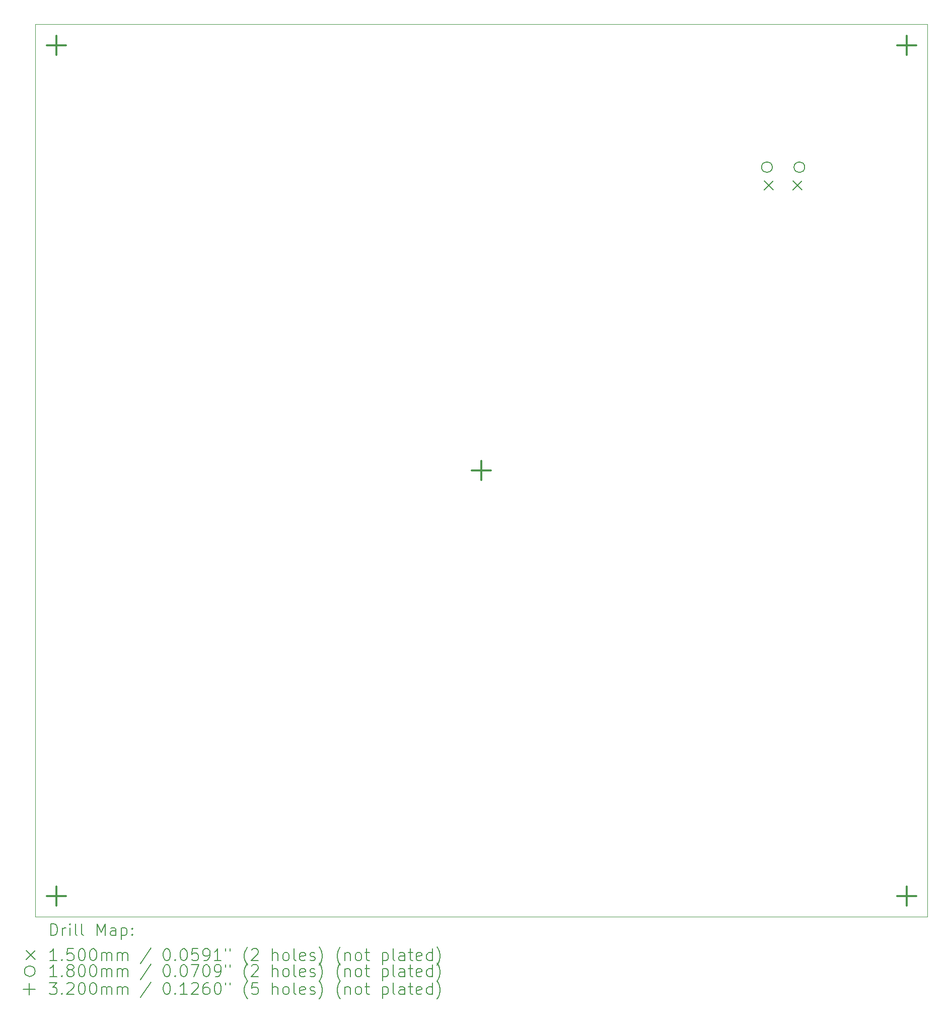
<source format=gbr>
%TF.GenerationSoftware,KiCad,Pcbnew,8.0.6*%
%TF.CreationDate,2024-12-28T22:05:26+01:00*%
%TF.ProjectId,PowerBoard,506f7765-7242-46f6-9172-642e6b696361,rev?*%
%TF.SameCoordinates,Original*%
%TF.FileFunction,Drillmap*%
%TF.FilePolarity,Positive*%
%FSLAX45Y45*%
G04 Gerber Fmt 4.5, Leading zero omitted, Abs format (unit mm)*
G04 Created by KiCad (PCBNEW 8.0.6) date 2024-12-28 22:05:26*
%MOMM*%
%LPD*%
G01*
G04 APERTURE LIST*
%ADD10C,0.100000*%
%ADD11C,0.200000*%
%ADD12C,0.150000*%
%ADD13C,0.180000*%
%ADD14C,0.320000*%
G04 APERTURE END LIST*
D10*
X17525000Y-1800000D02*
X2525000Y-1800000D01*
X2525000Y-1800000D02*
X2525000Y-16800000D01*
X17525000Y-16800000D02*
X17525000Y-1800000D01*
X2525000Y-16800000D02*
X17525000Y-16800000D01*
D11*
D12*
X14782500Y-4428000D02*
X14932500Y-4578000D01*
X14932500Y-4428000D02*
X14782500Y-4578000D01*
X15267500Y-4428000D02*
X15417500Y-4578000D01*
X15417500Y-4428000D02*
X15267500Y-4578000D01*
D13*
X14917500Y-4200000D02*
G75*
G02*
X14737500Y-4200000I-90000J0D01*
G01*
X14737500Y-4200000D02*
G75*
G02*
X14917500Y-4200000I90000J0D01*
G01*
X15462500Y-4200000D02*
G75*
G02*
X15282500Y-4200000I-90000J0D01*
G01*
X15282500Y-4200000D02*
G75*
G02*
X15462500Y-4200000I90000J0D01*
G01*
D14*
X2875000Y-1990000D02*
X2875000Y-2310000D01*
X2715000Y-2150000D02*
X3035000Y-2150000D01*
X2875000Y-16290000D02*
X2875000Y-16610000D01*
X2715000Y-16450000D02*
X3035000Y-16450000D01*
X10025000Y-9140000D02*
X10025000Y-9460000D01*
X9865000Y-9300000D02*
X10185000Y-9300000D01*
X17175000Y-1990000D02*
X17175000Y-2310000D01*
X17015000Y-2150000D02*
X17335000Y-2150000D01*
X17175000Y-16290000D02*
X17175000Y-16610000D01*
X17015000Y-16450000D02*
X17335000Y-16450000D01*
D11*
X2780777Y-17116484D02*
X2780777Y-16916484D01*
X2780777Y-16916484D02*
X2828396Y-16916484D01*
X2828396Y-16916484D02*
X2856967Y-16926008D01*
X2856967Y-16926008D02*
X2876015Y-16945055D01*
X2876015Y-16945055D02*
X2885539Y-16964103D01*
X2885539Y-16964103D02*
X2895062Y-17002198D01*
X2895062Y-17002198D02*
X2895062Y-17030770D01*
X2895062Y-17030770D02*
X2885539Y-17068865D01*
X2885539Y-17068865D02*
X2876015Y-17087912D01*
X2876015Y-17087912D02*
X2856967Y-17106960D01*
X2856967Y-17106960D02*
X2828396Y-17116484D01*
X2828396Y-17116484D02*
X2780777Y-17116484D01*
X2980777Y-17116484D02*
X2980777Y-16983150D01*
X2980777Y-17021246D02*
X2990301Y-17002198D01*
X2990301Y-17002198D02*
X2999824Y-16992674D01*
X2999824Y-16992674D02*
X3018872Y-16983150D01*
X3018872Y-16983150D02*
X3037920Y-16983150D01*
X3104586Y-17116484D02*
X3104586Y-16983150D01*
X3104586Y-16916484D02*
X3095062Y-16926008D01*
X3095062Y-16926008D02*
X3104586Y-16935531D01*
X3104586Y-16935531D02*
X3114110Y-16926008D01*
X3114110Y-16926008D02*
X3104586Y-16916484D01*
X3104586Y-16916484D02*
X3104586Y-16935531D01*
X3228396Y-17116484D02*
X3209348Y-17106960D01*
X3209348Y-17106960D02*
X3199824Y-17087912D01*
X3199824Y-17087912D02*
X3199824Y-16916484D01*
X3333158Y-17116484D02*
X3314110Y-17106960D01*
X3314110Y-17106960D02*
X3304586Y-17087912D01*
X3304586Y-17087912D02*
X3304586Y-16916484D01*
X3561729Y-17116484D02*
X3561729Y-16916484D01*
X3561729Y-16916484D02*
X3628396Y-17059341D01*
X3628396Y-17059341D02*
X3695062Y-16916484D01*
X3695062Y-16916484D02*
X3695062Y-17116484D01*
X3876015Y-17116484D02*
X3876015Y-17011722D01*
X3876015Y-17011722D02*
X3866491Y-16992674D01*
X3866491Y-16992674D02*
X3847443Y-16983150D01*
X3847443Y-16983150D02*
X3809348Y-16983150D01*
X3809348Y-16983150D02*
X3790301Y-16992674D01*
X3876015Y-17106960D02*
X3856967Y-17116484D01*
X3856967Y-17116484D02*
X3809348Y-17116484D01*
X3809348Y-17116484D02*
X3790301Y-17106960D01*
X3790301Y-17106960D02*
X3780777Y-17087912D01*
X3780777Y-17087912D02*
X3780777Y-17068865D01*
X3780777Y-17068865D02*
X3790301Y-17049817D01*
X3790301Y-17049817D02*
X3809348Y-17040293D01*
X3809348Y-17040293D02*
X3856967Y-17040293D01*
X3856967Y-17040293D02*
X3876015Y-17030770D01*
X3971253Y-16983150D02*
X3971253Y-17183150D01*
X3971253Y-16992674D02*
X3990301Y-16983150D01*
X3990301Y-16983150D02*
X4028396Y-16983150D01*
X4028396Y-16983150D02*
X4047443Y-16992674D01*
X4047443Y-16992674D02*
X4056967Y-17002198D01*
X4056967Y-17002198D02*
X4066491Y-17021246D01*
X4066491Y-17021246D02*
X4066491Y-17078389D01*
X4066491Y-17078389D02*
X4056967Y-17097436D01*
X4056967Y-17097436D02*
X4047443Y-17106960D01*
X4047443Y-17106960D02*
X4028396Y-17116484D01*
X4028396Y-17116484D02*
X3990301Y-17116484D01*
X3990301Y-17116484D02*
X3971253Y-17106960D01*
X4152205Y-17097436D02*
X4161729Y-17106960D01*
X4161729Y-17106960D02*
X4152205Y-17116484D01*
X4152205Y-17116484D02*
X4142682Y-17106960D01*
X4142682Y-17106960D02*
X4152205Y-17097436D01*
X4152205Y-17097436D02*
X4152205Y-17116484D01*
X4152205Y-16992674D02*
X4161729Y-17002198D01*
X4161729Y-17002198D02*
X4152205Y-17011722D01*
X4152205Y-17011722D02*
X4142682Y-17002198D01*
X4142682Y-17002198D02*
X4152205Y-16992674D01*
X4152205Y-16992674D02*
X4152205Y-17011722D01*
D12*
X2370000Y-17370000D02*
X2520000Y-17520000D01*
X2520000Y-17370000D02*
X2370000Y-17520000D01*
D11*
X2885539Y-17536484D02*
X2771253Y-17536484D01*
X2828396Y-17536484D02*
X2828396Y-17336484D01*
X2828396Y-17336484D02*
X2809348Y-17365055D01*
X2809348Y-17365055D02*
X2790301Y-17384103D01*
X2790301Y-17384103D02*
X2771253Y-17393627D01*
X2971253Y-17517436D02*
X2980777Y-17526960D01*
X2980777Y-17526960D02*
X2971253Y-17536484D01*
X2971253Y-17536484D02*
X2961729Y-17526960D01*
X2961729Y-17526960D02*
X2971253Y-17517436D01*
X2971253Y-17517436D02*
X2971253Y-17536484D01*
X3161729Y-17336484D02*
X3066491Y-17336484D01*
X3066491Y-17336484D02*
X3056967Y-17431722D01*
X3056967Y-17431722D02*
X3066491Y-17422198D01*
X3066491Y-17422198D02*
X3085539Y-17412674D01*
X3085539Y-17412674D02*
X3133158Y-17412674D01*
X3133158Y-17412674D02*
X3152205Y-17422198D01*
X3152205Y-17422198D02*
X3161729Y-17431722D01*
X3161729Y-17431722D02*
X3171253Y-17450770D01*
X3171253Y-17450770D02*
X3171253Y-17498389D01*
X3171253Y-17498389D02*
X3161729Y-17517436D01*
X3161729Y-17517436D02*
X3152205Y-17526960D01*
X3152205Y-17526960D02*
X3133158Y-17536484D01*
X3133158Y-17536484D02*
X3085539Y-17536484D01*
X3085539Y-17536484D02*
X3066491Y-17526960D01*
X3066491Y-17526960D02*
X3056967Y-17517436D01*
X3295062Y-17336484D02*
X3314110Y-17336484D01*
X3314110Y-17336484D02*
X3333158Y-17346008D01*
X3333158Y-17346008D02*
X3342682Y-17355531D01*
X3342682Y-17355531D02*
X3352205Y-17374579D01*
X3352205Y-17374579D02*
X3361729Y-17412674D01*
X3361729Y-17412674D02*
X3361729Y-17460293D01*
X3361729Y-17460293D02*
X3352205Y-17498389D01*
X3352205Y-17498389D02*
X3342682Y-17517436D01*
X3342682Y-17517436D02*
X3333158Y-17526960D01*
X3333158Y-17526960D02*
X3314110Y-17536484D01*
X3314110Y-17536484D02*
X3295062Y-17536484D01*
X3295062Y-17536484D02*
X3276015Y-17526960D01*
X3276015Y-17526960D02*
X3266491Y-17517436D01*
X3266491Y-17517436D02*
X3256967Y-17498389D01*
X3256967Y-17498389D02*
X3247443Y-17460293D01*
X3247443Y-17460293D02*
X3247443Y-17412674D01*
X3247443Y-17412674D02*
X3256967Y-17374579D01*
X3256967Y-17374579D02*
X3266491Y-17355531D01*
X3266491Y-17355531D02*
X3276015Y-17346008D01*
X3276015Y-17346008D02*
X3295062Y-17336484D01*
X3485539Y-17336484D02*
X3504586Y-17336484D01*
X3504586Y-17336484D02*
X3523634Y-17346008D01*
X3523634Y-17346008D02*
X3533158Y-17355531D01*
X3533158Y-17355531D02*
X3542682Y-17374579D01*
X3542682Y-17374579D02*
X3552205Y-17412674D01*
X3552205Y-17412674D02*
X3552205Y-17460293D01*
X3552205Y-17460293D02*
X3542682Y-17498389D01*
X3542682Y-17498389D02*
X3533158Y-17517436D01*
X3533158Y-17517436D02*
X3523634Y-17526960D01*
X3523634Y-17526960D02*
X3504586Y-17536484D01*
X3504586Y-17536484D02*
X3485539Y-17536484D01*
X3485539Y-17536484D02*
X3466491Y-17526960D01*
X3466491Y-17526960D02*
X3456967Y-17517436D01*
X3456967Y-17517436D02*
X3447443Y-17498389D01*
X3447443Y-17498389D02*
X3437920Y-17460293D01*
X3437920Y-17460293D02*
X3437920Y-17412674D01*
X3437920Y-17412674D02*
X3447443Y-17374579D01*
X3447443Y-17374579D02*
X3456967Y-17355531D01*
X3456967Y-17355531D02*
X3466491Y-17346008D01*
X3466491Y-17346008D02*
X3485539Y-17336484D01*
X3637920Y-17536484D02*
X3637920Y-17403150D01*
X3637920Y-17422198D02*
X3647443Y-17412674D01*
X3647443Y-17412674D02*
X3666491Y-17403150D01*
X3666491Y-17403150D02*
X3695063Y-17403150D01*
X3695063Y-17403150D02*
X3714110Y-17412674D01*
X3714110Y-17412674D02*
X3723634Y-17431722D01*
X3723634Y-17431722D02*
X3723634Y-17536484D01*
X3723634Y-17431722D02*
X3733158Y-17412674D01*
X3733158Y-17412674D02*
X3752205Y-17403150D01*
X3752205Y-17403150D02*
X3780777Y-17403150D01*
X3780777Y-17403150D02*
X3799824Y-17412674D01*
X3799824Y-17412674D02*
X3809348Y-17431722D01*
X3809348Y-17431722D02*
X3809348Y-17536484D01*
X3904586Y-17536484D02*
X3904586Y-17403150D01*
X3904586Y-17422198D02*
X3914110Y-17412674D01*
X3914110Y-17412674D02*
X3933158Y-17403150D01*
X3933158Y-17403150D02*
X3961729Y-17403150D01*
X3961729Y-17403150D02*
X3980777Y-17412674D01*
X3980777Y-17412674D02*
X3990301Y-17431722D01*
X3990301Y-17431722D02*
X3990301Y-17536484D01*
X3990301Y-17431722D02*
X3999824Y-17412674D01*
X3999824Y-17412674D02*
X4018872Y-17403150D01*
X4018872Y-17403150D02*
X4047443Y-17403150D01*
X4047443Y-17403150D02*
X4066491Y-17412674D01*
X4066491Y-17412674D02*
X4076015Y-17431722D01*
X4076015Y-17431722D02*
X4076015Y-17536484D01*
X4466491Y-17326960D02*
X4295063Y-17584103D01*
X4723634Y-17336484D02*
X4742682Y-17336484D01*
X4742682Y-17336484D02*
X4761729Y-17346008D01*
X4761729Y-17346008D02*
X4771253Y-17355531D01*
X4771253Y-17355531D02*
X4780777Y-17374579D01*
X4780777Y-17374579D02*
X4790301Y-17412674D01*
X4790301Y-17412674D02*
X4790301Y-17460293D01*
X4790301Y-17460293D02*
X4780777Y-17498389D01*
X4780777Y-17498389D02*
X4771253Y-17517436D01*
X4771253Y-17517436D02*
X4761729Y-17526960D01*
X4761729Y-17526960D02*
X4742682Y-17536484D01*
X4742682Y-17536484D02*
X4723634Y-17536484D01*
X4723634Y-17536484D02*
X4704587Y-17526960D01*
X4704587Y-17526960D02*
X4695063Y-17517436D01*
X4695063Y-17517436D02*
X4685539Y-17498389D01*
X4685539Y-17498389D02*
X4676015Y-17460293D01*
X4676015Y-17460293D02*
X4676015Y-17412674D01*
X4676015Y-17412674D02*
X4685539Y-17374579D01*
X4685539Y-17374579D02*
X4695063Y-17355531D01*
X4695063Y-17355531D02*
X4704587Y-17346008D01*
X4704587Y-17346008D02*
X4723634Y-17336484D01*
X4876015Y-17517436D02*
X4885539Y-17526960D01*
X4885539Y-17526960D02*
X4876015Y-17536484D01*
X4876015Y-17536484D02*
X4866491Y-17526960D01*
X4866491Y-17526960D02*
X4876015Y-17517436D01*
X4876015Y-17517436D02*
X4876015Y-17536484D01*
X5009348Y-17336484D02*
X5028396Y-17336484D01*
X5028396Y-17336484D02*
X5047444Y-17346008D01*
X5047444Y-17346008D02*
X5056968Y-17355531D01*
X5056968Y-17355531D02*
X5066491Y-17374579D01*
X5066491Y-17374579D02*
X5076015Y-17412674D01*
X5076015Y-17412674D02*
X5076015Y-17460293D01*
X5076015Y-17460293D02*
X5066491Y-17498389D01*
X5066491Y-17498389D02*
X5056968Y-17517436D01*
X5056968Y-17517436D02*
X5047444Y-17526960D01*
X5047444Y-17526960D02*
X5028396Y-17536484D01*
X5028396Y-17536484D02*
X5009348Y-17536484D01*
X5009348Y-17536484D02*
X4990301Y-17526960D01*
X4990301Y-17526960D02*
X4980777Y-17517436D01*
X4980777Y-17517436D02*
X4971253Y-17498389D01*
X4971253Y-17498389D02*
X4961729Y-17460293D01*
X4961729Y-17460293D02*
X4961729Y-17412674D01*
X4961729Y-17412674D02*
X4971253Y-17374579D01*
X4971253Y-17374579D02*
X4980777Y-17355531D01*
X4980777Y-17355531D02*
X4990301Y-17346008D01*
X4990301Y-17346008D02*
X5009348Y-17336484D01*
X5256968Y-17336484D02*
X5161729Y-17336484D01*
X5161729Y-17336484D02*
X5152206Y-17431722D01*
X5152206Y-17431722D02*
X5161729Y-17422198D01*
X5161729Y-17422198D02*
X5180777Y-17412674D01*
X5180777Y-17412674D02*
X5228396Y-17412674D01*
X5228396Y-17412674D02*
X5247444Y-17422198D01*
X5247444Y-17422198D02*
X5256968Y-17431722D01*
X5256968Y-17431722D02*
X5266491Y-17450770D01*
X5266491Y-17450770D02*
X5266491Y-17498389D01*
X5266491Y-17498389D02*
X5256968Y-17517436D01*
X5256968Y-17517436D02*
X5247444Y-17526960D01*
X5247444Y-17526960D02*
X5228396Y-17536484D01*
X5228396Y-17536484D02*
X5180777Y-17536484D01*
X5180777Y-17536484D02*
X5161729Y-17526960D01*
X5161729Y-17526960D02*
X5152206Y-17517436D01*
X5361729Y-17536484D02*
X5399825Y-17536484D01*
X5399825Y-17536484D02*
X5418872Y-17526960D01*
X5418872Y-17526960D02*
X5428396Y-17517436D01*
X5428396Y-17517436D02*
X5447444Y-17488865D01*
X5447444Y-17488865D02*
X5456968Y-17450770D01*
X5456968Y-17450770D02*
X5456968Y-17374579D01*
X5456968Y-17374579D02*
X5447444Y-17355531D01*
X5447444Y-17355531D02*
X5437920Y-17346008D01*
X5437920Y-17346008D02*
X5418872Y-17336484D01*
X5418872Y-17336484D02*
X5380777Y-17336484D01*
X5380777Y-17336484D02*
X5361729Y-17346008D01*
X5361729Y-17346008D02*
X5352206Y-17355531D01*
X5352206Y-17355531D02*
X5342682Y-17374579D01*
X5342682Y-17374579D02*
X5342682Y-17422198D01*
X5342682Y-17422198D02*
X5352206Y-17441246D01*
X5352206Y-17441246D02*
X5361729Y-17450770D01*
X5361729Y-17450770D02*
X5380777Y-17460293D01*
X5380777Y-17460293D02*
X5418872Y-17460293D01*
X5418872Y-17460293D02*
X5437920Y-17450770D01*
X5437920Y-17450770D02*
X5447444Y-17441246D01*
X5447444Y-17441246D02*
X5456968Y-17422198D01*
X5647444Y-17536484D02*
X5533158Y-17536484D01*
X5590301Y-17536484D02*
X5590301Y-17336484D01*
X5590301Y-17336484D02*
X5571253Y-17365055D01*
X5571253Y-17365055D02*
X5552206Y-17384103D01*
X5552206Y-17384103D02*
X5533158Y-17393627D01*
X5723634Y-17336484D02*
X5723634Y-17374579D01*
X5799825Y-17336484D02*
X5799825Y-17374579D01*
X6095063Y-17612674D02*
X6085539Y-17603150D01*
X6085539Y-17603150D02*
X6066491Y-17574579D01*
X6066491Y-17574579D02*
X6056968Y-17555531D01*
X6056968Y-17555531D02*
X6047444Y-17526960D01*
X6047444Y-17526960D02*
X6037920Y-17479341D01*
X6037920Y-17479341D02*
X6037920Y-17441246D01*
X6037920Y-17441246D02*
X6047444Y-17393627D01*
X6047444Y-17393627D02*
X6056968Y-17365055D01*
X6056968Y-17365055D02*
X6066491Y-17346008D01*
X6066491Y-17346008D02*
X6085539Y-17317436D01*
X6085539Y-17317436D02*
X6095063Y-17307912D01*
X6161729Y-17355531D02*
X6171253Y-17346008D01*
X6171253Y-17346008D02*
X6190301Y-17336484D01*
X6190301Y-17336484D02*
X6237920Y-17336484D01*
X6237920Y-17336484D02*
X6256968Y-17346008D01*
X6256968Y-17346008D02*
X6266491Y-17355531D01*
X6266491Y-17355531D02*
X6276015Y-17374579D01*
X6276015Y-17374579D02*
X6276015Y-17393627D01*
X6276015Y-17393627D02*
X6266491Y-17422198D01*
X6266491Y-17422198D02*
X6152206Y-17536484D01*
X6152206Y-17536484D02*
X6276015Y-17536484D01*
X6514110Y-17536484D02*
X6514110Y-17336484D01*
X6599825Y-17536484D02*
X6599825Y-17431722D01*
X6599825Y-17431722D02*
X6590301Y-17412674D01*
X6590301Y-17412674D02*
X6571253Y-17403150D01*
X6571253Y-17403150D02*
X6542682Y-17403150D01*
X6542682Y-17403150D02*
X6523634Y-17412674D01*
X6523634Y-17412674D02*
X6514110Y-17422198D01*
X6723634Y-17536484D02*
X6704587Y-17526960D01*
X6704587Y-17526960D02*
X6695063Y-17517436D01*
X6695063Y-17517436D02*
X6685539Y-17498389D01*
X6685539Y-17498389D02*
X6685539Y-17441246D01*
X6685539Y-17441246D02*
X6695063Y-17422198D01*
X6695063Y-17422198D02*
X6704587Y-17412674D01*
X6704587Y-17412674D02*
X6723634Y-17403150D01*
X6723634Y-17403150D02*
X6752206Y-17403150D01*
X6752206Y-17403150D02*
X6771253Y-17412674D01*
X6771253Y-17412674D02*
X6780777Y-17422198D01*
X6780777Y-17422198D02*
X6790301Y-17441246D01*
X6790301Y-17441246D02*
X6790301Y-17498389D01*
X6790301Y-17498389D02*
X6780777Y-17517436D01*
X6780777Y-17517436D02*
X6771253Y-17526960D01*
X6771253Y-17526960D02*
X6752206Y-17536484D01*
X6752206Y-17536484D02*
X6723634Y-17536484D01*
X6904587Y-17536484D02*
X6885539Y-17526960D01*
X6885539Y-17526960D02*
X6876015Y-17507912D01*
X6876015Y-17507912D02*
X6876015Y-17336484D01*
X7056968Y-17526960D02*
X7037920Y-17536484D01*
X7037920Y-17536484D02*
X6999825Y-17536484D01*
X6999825Y-17536484D02*
X6980777Y-17526960D01*
X6980777Y-17526960D02*
X6971253Y-17507912D01*
X6971253Y-17507912D02*
X6971253Y-17431722D01*
X6971253Y-17431722D02*
X6980777Y-17412674D01*
X6980777Y-17412674D02*
X6999825Y-17403150D01*
X6999825Y-17403150D02*
X7037920Y-17403150D01*
X7037920Y-17403150D02*
X7056968Y-17412674D01*
X7056968Y-17412674D02*
X7066491Y-17431722D01*
X7066491Y-17431722D02*
X7066491Y-17450770D01*
X7066491Y-17450770D02*
X6971253Y-17469817D01*
X7142682Y-17526960D02*
X7161730Y-17536484D01*
X7161730Y-17536484D02*
X7199825Y-17536484D01*
X7199825Y-17536484D02*
X7218872Y-17526960D01*
X7218872Y-17526960D02*
X7228396Y-17507912D01*
X7228396Y-17507912D02*
X7228396Y-17498389D01*
X7228396Y-17498389D02*
X7218872Y-17479341D01*
X7218872Y-17479341D02*
X7199825Y-17469817D01*
X7199825Y-17469817D02*
X7171253Y-17469817D01*
X7171253Y-17469817D02*
X7152206Y-17460293D01*
X7152206Y-17460293D02*
X7142682Y-17441246D01*
X7142682Y-17441246D02*
X7142682Y-17431722D01*
X7142682Y-17431722D02*
X7152206Y-17412674D01*
X7152206Y-17412674D02*
X7171253Y-17403150D01*
X7171253Y-17403150D02*
X7199825Y-17403150D01*
X7199825Y-17403150D02*
X7218872Y-17412674D01*
X7295063Y-17612674D02*
X7304587Y-17603150D01*
X7304587Y-17603150D02*
X7323634Y-17574579D01*
X7323634Y-17574579D02*
X7333158Y-17555531D01*
X7333158Y-17555531D02*
X7342682Y-17526960D01*
X7342682Y-17526960D02*
X7352206Y-17479341D01*
X7352206Y-17479341D02*
X7352206Y-17441246D01*
X7352206Y-17441246D02*
X7342682Y-17393627D01*
X7342682Y-17393627D02*
X7333158Y-17365055D01*
X7333158Y-17365055D02*
X7323634Y-17346008D01*
X7323634Y-17346008D02*
X7304587Y-17317436D01*
X7304587Y-17317436D02*
X7295063Y-17307912D01*
X7656968Y-17612674D02*
X7647444Y-17603150D01*
X7647444Y-17603150D02*
X7628396Y-17574579D01*
X7628396Y-17574579D02*
X7618872Y-17555531D01*
X7618872Y-17555531D02*
X7609349Y-17526960D01*
X7609349Y-17526960D02*
X7599825Y-17479341D01*
X7599825Y-17479341D02*
X7599825Y-17441246D01*
X7599825Y-17441246D02*
X7609349Y-17393627D01*
X7609349Y-17393627D02*
X7618872Y-17365055D01*
X7618872Y-17365055D02*
X7628396Y-17346008D01*
X7628396Y-17346008D02*
X7647444Y-17317436D01*
X7647444Y-17317436D02*
X7656968Y-17307912D01*
X7733158Y-17403150D02*
X7733158Y-17536484D01*
X7733158Y-17422198D02*
X7742682Y-17412674D01*
X7742682Y-17412674D02*
X7761730Y-17403150D01*
X7761730Y-17403150D02*
X7790301Y-17403150D01*
X7790301Y-17403150D02*
X7809349Y-17412674D01*
X7809349Y-17412674D02*
X7818872Y-17431722D01*
X7818872Y-17431722D02*
X7818872Y-17536484D01*
X7942682Y-17536484D02*
X7923634Y-17526960D01*
X7923634Y-17526960D02*
X7914111Y-17517436D01*
X7914111Y-17517436D02*
X7904587Y-17498389D01*
X7904587Y-17498389D02*
X7904587Y-17441246D01*
X7904587Y-17441246D02*
X7914111Y-17422198D01*
X7914111Y-17422198D02*
X7923634Y-17412674D01*
X7923634Y-17412674D02*
X7942682Y-17403150D01*
X7942682Y-17403150D02*
X7971253Y-17403150D01*
X7971253Y-17403150D02*
X7990301Y-17412674D01*
X7990301Y-17412674D02*
X7999825Y-17422198D01*
X7999825Y-17422198D02*
X8009349Y-17441246D01*
X8009349Y-17441246D02*
X8009349Y-17498389D01*
X8009349Y-17498389D02*
X7999825Y-17517436D01*
X7999825Y-17517436D02*
X7990301Y-17526960D01*
X7990301Y-17526960D02*
X7971253Y-17536484D01*
X7971253Y-17536484D02*
X7942682Y-17536484D01*
X8066492Y-17403150D02*
X8142682Y-17403150D01*
X8095063Y-17336484D02*
X8095063Y-17507912D01*
X8095063Y-17507912D02*
X8104587Y-17526960D01*
X8104587Y-17526960D02*
X8123634Y-17536484D01*
X8123634Y-17536484D02*
X8142682Y-17536484D01*
X8361730Y-17403150D02*
X8361730Y-17603150D01*
X8361730Y-17412674D02*
X8380777Y-17403150D01*
X8380777Y-17403150D02*
X8418873Y-17403150D01*
X8418873Y-17403150D02*
X8437920Y-17412674D01*
X8437920Y-17412674D02*
X8447444Y-17422198D01*
X8447444Y-17422198D02*
X8456968Y-17441246D01*
X8456968Y-17441246D02*
X8456968Y-17498389D01*
X8456968Y-17498389D02*
X8447444Y-17517436D01*
X8447444Y-17517436D02*
X8437920Y-17526960D01*
X8437920Y-17526960D02*
X8418873Y-17536484D01*
X8418873Y-17536484D02*
X8380777Y-17536484D01*
X8380777Y-17536484D02*
X8361730Y-17526960D01*
X8571254Y-17536484D02*
X8552206Y-17526960D01*
X8552206Y-17526960D02*
X8542682Y-17507912D01*
X8542682Y-17507912D02*
X8542682Y-17336484D01*
X8733158Y-17536484D02*
X8733158Y-17431722D01*
X8733158Y-17431722D02*
X8723635Y-17412674D01*
X8723635Y-17412674D02*
X8704587Y-17403150D01*
X8704587Y-17403150D02*
X8666492Y-17403150D01*
X8666492Y-17403150D02*
X8647444Y-17412674D01*
X8733158Y-17526960D02*
X8714111Y-17536484D01*
X8714111Y-17536484D02*
X8666492Y-17536484D01*
X8666492Y-17536484D02*
X8647444Y-17526960D01*
X8647444Y-17526960D02*
X8637920Y-17507912D01*
X8637920Y-17507912D02*
X8637920Y-17488865D01*
X8637920Y-17488865D02*
X8647444Y-17469817D01*
X8647444Y-17469817D02*
X8666492Y-17460293D01*
X8666492Y-17460293D02*
X8714111Y-17460293D01*
X8714111Y-17460293D02*
X8733158Y-17450770D01*
X8799825Y-17403150D02*
X8876015Y-17403150D01*
X8828396Y-17336484D02*
X8828396Y-17507912D01*
X8828396Y-17507912D02*
X8837920Y-17526960D01*
X8837920Y-17526960D02*
X8856968Y-17536484D01*
X8856968Y-17536484D02*
X8876015Y-17536484D01*
X9018873Y-17526960D02*
X8999825Y-17536484D01*
X8999825Y-17536484D02*
X8961730Y-17536484D01*
X8961730Y-17536484D02*
X8942682Y-17526960D01*
X8942682Y-17526960D02*
X8933158Y-17507912D01*
X8933158Y-17507912D02*
X8933158Y-17431722D01*
X8933158Y-17431722D02*
X8942682Y-17412674D01*
X8942682Y-17412674D02*
X8961730Y-17403150D01*
X8961730Y-17403150D02*
X8999825Y-17403150D01*
X8999825Y-17403150D02*
X9018873Y-17412674D01*
X9018873Y-17412674D02*
X9028396Y-17431722D01*
X9028396Y-17431722D02*
X9028396Y-17450770D01*
X9028396Y-17450770D02*
X8933158Y-17469817D01*
X9199825Y-17536484D02*
X9199825Y-17336484D01*
X9199825Y-17526960D02*
X9180777Y-17536484D01*
X9180777Y-17536484D02*
X9142682Y-17536484D01*
X9142682Y-17536484D02*
X9123635Y-17526960D01*
X9123635Y-17526960D02*
X9114111Y-17517436D01*
X9114111Y-17517436D02*
X9104587Y-17498389D01*
X9104587Y-17498389D02*
X9104587Y-17441246D01*
X9104587Y-17441246D02*
X9114111Y-17422198D01*
X9114111Y-17422198D02*
X9123635Y-17412674D01*
X9123635Y-17412674D02*
X9142682Y-17403150D01*
X9142682Y-17403150D02*
X9180777Y-17403150D01*
X9180777Y-17403150D02*
X9199825Y-17412674D01*
X9276016Y-17612674D02*
X9285539Y-17603150D01*
X9285539Y-17603150D02*
X9304587Y-17574579D01*
X9304587Y-17574579D02*
X9314111Y-17555531D01*
X9314111Y-17555531D02*
X9323635Y-17526960D01*
X9323635Y-17526960D02*
X9333158Y-17479341D01*
X9333158Y-17479341D02*
X9333158Y-17441246D01*
X9333158Y-17441246D02*
X9323635Y-17393627D01*
X9323635Y-17393627D02*
X9314111Y-17365055D01*
X9314111Y-17365055D02*
X9304587Y-17346008D01*
X9304587Y-17346008D02*
X9285539Y-17317436D01*
X9285539Y-17317436D02*
X9276016Y-17307912D01*
D13*
X2520000Y-17715000D02*
G75*
G02*
X2340000Y-17715000I-90000J0D01*
G01*
X2340000Y-17715000D02*
G75*
G02*
X2520000Y-17715000I90000J0D01*
G01*
D11*
X2885539Y-17806484D02*
X2771253Y-17806484D01*
X2828396Y-17806484D02*
X2828396Y-17606484D01*
X2828396Y-17606484D02*
X2809348Y-17635055D01*
X2809348Y-17635055D02*
X2790301Y-17654103D01*
X2790301Y-17654103D02*
X2771253Y-17663627D01*
X2971253Y-17787436D02*
X2980777Y-17796960D01*
X2980777Y-17796960D02*
X2971253Y-17806484D01*
X2971253Y-17806484D02*
X2961729Y-17796960D01*
X2961729Y-17796960D02*
X2971253Y-17787436D01*
X2971253Y-17787436D02*
X2971253Y-17806484D01*
X3095062Y-17692198D02*
X3076015Y-17682674D01*
X3076015Y-17682674D02*
X3066491Y-17673150D01*
X3066491Y-17673150D02*
X3056967Y-17654103D01*
X3056967Y-17654103D02*
X3056967Y-17644579D01*
X3056967Y-17644579D02*
X3066491Y-17625531D01*
X3066491Y-17625531D02*
X3076015Y-17616008D01*
X3076015Y-17616008D02*
X3095062Y-17606484D01*
X3095062Y-17606484D02*
X3133158Y-17606484D01*
X3133158Y-17606484D02*
X3152205Y-17616008D01*
X3152205Y-17616008D02*
X3161729Y-17625531D01*
X3161729Y-17625531D02*
X3171253Y-17644579D01*
X3171253Y-17644579D02*
X3171253Y-17654103D01*
X3171253Y-17654103D02*
X3161729Y-17673150D01*
X3161729Y-17673150D02*
X3152205Y-17682674D01*
X3152205Y-17682674D02*
X3133158Y-17692198D01*
X3133158Y-17692198D02*
X3095062Y-17692198D01*
X3095062Y-17692198D02*
X3076015Y-17701722D01*
X3076015Y-17701722D02*
X3066491Y-17711246D01*
X3066491Y-17711246D02*
X3056967Y-17730293D01*
X3056967Y-17730293D02*
X3056967Y-17768389D01*
X3056967Y-17768389D02*
X3066491Y-17787436D01*
X3066491Y-17787436D02*
X3076015Y-17796960D01*
X3076015Y-17796960D02*
X3095062Y-17806484D01*
X3095062Y-17806484D02*
X3133158Y-17806484D01*
X3133158Y-17806484D02*
X3152205Y-17796960D01*
X3152205Y-17796960D02*
X3161729Y-17787436D01*
X3161729Y-17787436D02*
X3171253Y-17768389D01*
X3171253Y-17768389D02*
X3171253Y-17730293D01*
X3171253Y-17730293D02*
X3161729Y-17711246D01*
X3161729Y-17711246D02*
X3152205Y-17701722D01*
X3152205Y-17701722D02*
X3133158Y-17692198D01*
X3295062Y-17606484D02*
X3314110Y-17606484D01*
X3314110Y-17606484D02*
X3333158Y-17616008D01*
X3333158Y-17616008D02*
X3342682Y-17625531D01*
X3342682Y-17625531D02*
X3352205Y-17644579D01*
X3352205Y-17644579D02*
X3361729Y-17682674D01*
X3361729Y-17682674D02*
X3361729Y-17730293D01*
X3361729Y-17730293D02*
X3352205Y-17768389D01*
X3352205Y-17768389D02*
X3342682Y-17787436D01*
X3342682Y-17787436D02*
X3333158Y-17796960D01*
X3333158Y-17796960D02*
X3314110Y-17806484D01*
X3314110Y-17806484D02*
X3295062Y-17806484D01*
X3295062Y-17806484D02*
X3276015Y-17796960D01*
X3276015Y-17796960D02*
X3266491Y-17787436D01*
X3266491Y-17787436D02*
X3256967Y-17768389D01*
X3256967Y-17768389D02*
X3247443Y-17730293D01*
X3247443Y-17730293D02*
X3247443Y-17682674D01*
X3247443Y-17682674D02*
X3256967Y-17644579D01*
X3256967Y-17644579D02*
X3266491Y-17625531D01*
X3266491Y-17625531D02*
X3276015Y-17616008D01*
X3276015Y-17616008D02*
X3295062Y-17606484D01*
X3485539Y-17606484D02*
X3504586Y-17606484D01*
X3504586Y-17606484D02*
X3523634Y-17616008D01*
X3523634Y-17616008D02*
X3533158Y-17625531D01*
X3533158Y-17625531D02*
X3542682Y-17644579D01*
X3542682Y-17644579D02*
X3552205Y-17682674D01*
X3552205Y-17682674D02*
X3552205Y-17730293D01*
X3552205Y-17730293D02*
X3542682Y-17768389D01*
X3542682Y-17768389D02*
X3533158Y-17787436D01*
X3533158Y-17787436D02*
X3523634Y-17796960D01*
X3523634Y-17796960D02*
X3504586Y-17806484D01*
X3504586Y-17806484D02*
X3485539Y-17806484D01*
X3485539Y-17806484D02*
X3466491Y-17796960D01*
X3466491Y-17796960D02*
X3456967Y-17787436D01*
X3456967Y-17787436D02*
X3447443Y-17768389D01*
X3447443Y-17768389D02*
X3437920Y-17730293D01*
X3437920Y-17730293D02*
X3437920Y-17682674D01*
X3437920Y-17682674D02*
X3447443Y-17644579D01*
X3447443Y-17644579D02*
X3456967Y-17625531D01*
X3456967Y-17625531D02*
X3466491Y-17616008D01*
X3466491Y-17616008D02*
X3485539Y-17606484D01*
X3637920Y-17806484D02*
X3637920Y-17673150D01*
X3637920Y-17692198D02*
X3647443Y-17682674D01*
X3647443Y-17682674D02*
X3666491Y-17673150D01*
X3666491Y-17673150D02*
X3695063Y-17673150D01*
X3695063Y-17673150D02*
X3714110Y-17682674D01*
X3714110Y-17682674D02*
X3723634Y-17701722D01*
X3723634Y-17701722D02*
X3723634Y-17806484D01*
X3723634Y-17701722D02*
X3733158Y-17682674D01*
X3733158Y-17682674D02*
X3752205Y-17673150D01*
X3752205Y-17673150D02*
X3780777Y-17673150D01*
X3780777Y-17673150D02*
X3799824Y-17682674D01*
X3799824Y-17682674D02*
X3809348Y-17701722D01*
X3809348Y-17701722D02*
X3809348Y-17806484D01*
X3904586Y-17806484D02*
X3904586Y-17673150D01*
X3904586Y-17692198D02*
X3914110Y-17682674D01*
X3914110Y-17682674D02*
X3933158Y-17673150D01*
X3933158Y-17673150D02*
X3961729Y-17673150D01*
X3961729Y-17673150D02*
X3980777Y-17682674D01*
X3980777Y-17682674D02*
X3990301Y-17701722D01*
X3990301Y-17701722D02*
X3990301Y-17806484D01*
X3990301Y-17701722D02*
X3999824Y-17682674D01*
X3999824Y-17682674D02*
X4018872Y-17673150D01*
X4018872Y-17673150D02*
X4047443Y-17673150D01*
X4047443Y-17673150D02*
X4066491Y-17682674D01*
X4066491Y-17682674D02*
X4076015Y-17701722D01*
X4076015Y-17701722D02*
X4076015Y-17806484D01*
X4466491Y-17596960D02*
X4295063Y-17854103D01*
X4723634Y-17606484D02*
X4742682Y-17606484D01*
X4742682Y-17606484D02*
X4761729Y-17616008D01*
X4761729Y-17616008D02*
X4771253Y-17625531D01*
X4771253Y-17625531D02*
X4780777Y-17644579D01*
X4780777Y-17644579D02*
X4790301Y-17682674D01*
X4790301Y-17682674D02*
X4790301Y-17730293D01*
X4790301Y-17730293D02*
X4780777Y-17768389D01*
X4780777Y-17768389D02*
X4771253Y-17787436D01*
X4771253Y-17787436D02*
X4761729Y-17796960D01*
X4761729Y-17796960D02*
X4742682Y-17806484D01*
X4742682Y-17806484D02*
X4723634Y-17806484D01*
X4723634Y-17806484D02*
X4704587Y-17796960D01*
X4704587Y-17796960D02*
X4695063Y-17787436D01*
X4695063Y-17787436D02*
X4685539Y-17768389D01*
X4685539Y-17768389D02*
X4676015Y-17730293D01*
X4676015Y-17730293D02*
X4676015Y-17682674D01*
X4676015Y-17682674D02*
X4685539Y-17644579D01*
X4685539Y-17644579D02*
X4695063Y-17625531D01*
X4695063Y-17625531D02*
X4704587Y-17616008D01*
X4704587Y-17616008D02*
X4723634Y-17606484D01*
X4876015Y-17787436D02*
X4885539Y-17796960D01*
X4885539Y-17796960D02*
X4876015Y-17806484D01*
X4876015Y-17806484D02*
X4866491Y-17796960D01*
X4866491Y-17796960D02*
X4876015Y-17787436D01*
X4876015Y-17787436D02*
X4876015Y-17806484D01*
X5009348Y-17606484D02*
X5028396Y-17606484D01*
X5028396Y-17606484D02*
X5047444Y-17616008D01*
X5047444Y-17616008D02*
X5056968Y-17625531D01*
X5056968Y-17625531D02*
X5066491Y-17644579D01*
X5066491Y-17644579D02*
X5076015Y-17682674D01*
X5076015Y-17682674D02*
X5076015Y-17730293D01*
X5076015Y-17730293D02*
X5066491Y-17768389D01*
X5066491Y-17768389D02*
X5056968Y-17787436D01*
X5056968Y-17787436D02*
X5047444Y-17796960D01*
X5047444Y-17796960D02*
X5028396Y-17806484D01*
X5028396Y-17806484D02*
X5009348Y-17806484D01*
X5009348Y-17806484D02*
X4990301Y-17796960D01*
X4990301Y-17796960D02*
X4980777Y-17787436D01*
X4980777Y-17787436D02*
X4971253Y-17768389D01*
X4971253Y-17768389D02*
X4961729Y-17730293D01*
X4961729Y-17730293D02*
X4961729Y-17682674D01*
X4961729Y-17682674D02*
X4971253Y-17644579D01*
X4971253Y-17644579D02*
X4980777Y-17625531D01*
X4980777Y-17625531D02*
X4990301Y-17616008D01*
X4990301Y-17616008D02*
X5009348Y-17606484D01*
X5142682Y-17606484D02*
X5276015Y-17606484D01*
X5276015Y-17606484D02*
X5190301Y-17806484D01*
X5390301Y-17606484D02*
X5409349Y-17606484D01*
X5409349Y-17606484D02*
X5428396Y-17616008D01*
X5428396Y-17616008D02*
X5437920Y-17625531D01*
X5437920Y-17625531D02*
X5447444Y-17644579D01*
X5447444Y-17644579D02*
X5456968Y-17682674D01*
X5456968Y-17682674D02*
X5456968Y-17730293D01*
X5456968Y-17730293D02*
X5447444Y-17768389D01*
X5447444Y-17768389D02*
X5437920Y-17787436D01*
X5437920Y-17787436D02*
X5428396Y-17796960D01*
X5428396Y-17796960D02*
X5409349Y-17806484D01*
X5409349Y-17806484D02*
X5390301Y-17806484D01*
X5390301Y-17806484D02*
X5371253Y-17796960D01*
X5371253Y-17796960D02*
X5361729Y-17787436D01*
X5361729Y-17787436D02*
X5352206Y-17768389D01*
X5352206Y-17768389D02*
X5342682Y-17730293D01*
X5342682Y-17730293D02*
X5342682Y-17682674D01*
X5342682Y-17682674D02*
X5352206Y-17644579D01*
X5352206Y-17644579D02*
X5361729Y-17625531D01*
X5361729Y-17625531D02*
X5371253Y-17616008D01*
X5371253Y-17616008D02*
X5390301Y-17606484D01*
X5552206Y-17806484D02*
X5590301Y-17806484D01*
X5590301Y-17806484D02*
X5609348Y-17796960D01*
X5609348Y-17796960D02*
X5618872Y-17787436D01*
X5618872Y-17787436D02*
X5637920Y-17758865D01*
X5637920Y-17758865D02*
X5647444Y-17720770D01*
X5647444Y-17720770D02*
X5647444Y-17644579D01*
X5647444Y-17644579D02*
X5637920Y-17625531D01*
X5637920Y-17625531D02*
X5628396Y-17616008D01*
X5628396Y-17616008D02*
X5609348Y-17606484D01*
X5609348Y-17606484D02*
X5571253Y-17606484D01*
X5571253Y-17606484D02*
X5552206Y-17616008D01*
X5552206Y-17616008D02*
X5542682Y-17625531D01*
X5542682Y-17625531D02*
X5533158Y-17644579D01*
X5533158Y-17644579D02*
X5533158Y-17692198D01*
X5533158Y-17692198D02*
X5542682Y-17711246D01*
X5542682Y-17711246D02*
X5552206Y-17720770D01*
X5552206Y-17720770D02*
X5571253Y-17730293D01*
X5571253Y-17730293D02*
X5609348Y-17730293D01*
X5609348Y-17730293D02*
X5628396Y-17720770D01*
X5628396Y-17720770D02*
X5637920Y-17711246D01*
X5637920Y-17711246D02*
X5647444Y-17692198D01*
X5723634Y-17606484D02*
X5723634Y-17644579D01*
X5799825Y-17606484D02*
X5799825Y-17644579D01*
X6095063Y-17882674D02*
X6085539Y-17873150D01*
X6085539Y-17873150D02*
X6066491Y-17844579D01*
X6066491Y-17844579D02*
X6056968Y-17825531D01*
X6056968Y-17825531D02*
X6047444Y-17796960D01*
X6047444Y-17796960D02*
X6037920Y-17749341D01*
X6037920Y-17749341D02*
X6037920Y-17711246D01*
X6037920Y-17711246D02*
X6047444Y-17663627D01*
X6047444Y-17663627D02*
X6056968Y-17635055D01*
X6056968Y-17635055D02*
X6066491Y-17616008D01*
X6066491Y-17616008D02*
X6085539Y-17587436D01*
X6085539Y-17587436D02*
X6095063Y-17577912D01*
X6161729Y-17625531D02*
X6171253Y-17616008D01*
X6171253Y-17616008D02*
X6190301Y-17606484D01*
X6190301Y-17606484D02*
X6237920Y-17606484D01*
X6237920Y-17606484D02*
X6256968Y-17616008D01*
X6256968Y-17616008D02*
X6266491Y-17625531D01*
X6266491Y-17625531D02*
X6276015Y-17644579D01*
X6276015Y-17644579D02*
X6276015Y-17663627D01*
X6276015Y-17663627D02*
X6266491Y-17692198D01*
X6266491Y-17692198D02*
X6152206Y-17806484D01*
X6152206Y-17806484D02*
X6276015Y-17806484D01*
X6514110Y-17806484D02*
X6514110Y-17606484D01*
X6599825Y-17806484D02*
X6599825Y-17701722D01*
X6599825Y-17701722D02*
X6590301Y-17682674D01*
X6590301Y-17682674D02*
X6571253Y-17673150D01*
X6571253Y-17673150D02*
X6542682Y-17673150D01*
X6542682Y-17673150D02*
X6523634Y-17682674D01*
X6523634Y-17682674D02*
X6514110Y-17692198D01*
X6723634Y-17806484D02*
X6704587Y-17796960D01*
X6704587Y-17796960D02*
X6695063Y-17787436D01*
X6695063Y-17787436D02*
X6685539Y-17768389D01*
X6685539Y-17768389D02*
X6685539Y-17711246D01*
X6685539Y-17711246D02*
X6695063Y-17692198D01*
X6695063Y-17692198D02*
X6704587Y-17682674D01*
X6704587Y-17682674D02*
X6723634Y-17673150D01*
X6723634Y-17673150D02*
X6752206Y-17673150D01*
X6752206Y-17673150D02*
X6771253Y-17682674D01*
X6771253Y-17682674D02*
X6780777Y-17692198D01*
X6780777Y-17692198D02*
X6790301Y-17711246D01*
X6790301Y-17711246D02*
X6790301Y-17768389D01*
X6790301Y-17768389D02*
X6780777Y-17787436D01*
X6780777Y-17787436D02*
X6771253Y-17796960D01*
X6771253Y-17796960D02*
X6752206Y-17806484D01*
X6752206Y-17806484D02*
X6723634Y-17806484D01*
X6904587Y-17806484D02*
X6885539Y-17796960D01*
X6885539Y-17796960D02*
X6876015Y-17777912D01*
X6876015Y-17777912D02*
X6876015Y-17606484D01*
X7056968Y-17796960D02*
X7037920Y-17806484D01*
X7037920Y-17806484D02*
X6999825Y-17806484D01*
X6999825Y-17806484D02*
X6980777Y-17796960D01*
X6980777Y-17796960D02*
X6971253Y-17777912D01*
X6971253Y-17777912D02*
X6971253Y-17701722D01*
X6971253Y-17701722D02*
X6980777Y-17682674D01*
X6980777Y-17682674D02*
X6999825Y-17673150D01*
X6999825Y-17673150D02*
X7037920Y-17673150D01*
X7037920Y-17673150D02*
X7056968Y-17682674D01*
X7056968Y-17682674D02*
X7066491Y-17701722D01*
X7066491Y-17701722D02*
X7066491Y-17720770D01*
X7066491Y-17720770D02*
X6971253Y-17739817D01*
X7142682Y-17796960D02*
X7161730Y-17806484D01*
X7161730Y-17806484D02*
X7199825Y-17806484D01*
X7199825Y-17806484D02*
X7218872Y-17796960D01*
X7218872Y-17796960D02*
X7228396Y-17777912D01*
X7228396Y-17777912D02*
X7228396Y-17768389D01*
X7228396Y-17768389D02*
X7218872Y-17749341D01*
X7218872Y-17749341D02*
X7199825Y-17739817D01*
X7199825Y-17739817D02*
X7171253Y-17739817D01*
X7171253Y-17739817D02*
X7152206Y-17730293D01*
X7152206Y-17730293D02*
X7142682Y-17711246D01*
X7142682Y-17711246D02*
X7142682Y-17701722D01*
X7142682Y-17701722D02*
X7152206Y-17682674D01*
X7152206Y-17682674D02*
X7171253Y-17673150D01*
X7171253Y-17673150D02*
X7199825Y-17673150D01*
X7199825Y-17673150D02*
X7218872Y-17682674D01*
X7295063Y-17882674D02*
X7304587Y-17873150D01*
X7304587Y-17873150D02*
X7323634Y-17844579D01*
X7323634Y-17844579D02*
X7333158Y-17825531D01*
X7333158Y-17825531D02*
X7342682Y-17796960D01*
X7342682Y-17796960D02*
X7352206Y-17749341D01*
X7352206Y-17749341D02*
X7352206Y-17711246D01*
X7352206Y-17711246D02*
X7342682Y-17663627D01*
X7342682Y-17663627D02*
X7333158Y-17635055D01*
X7333158Y-17635055D02*
X7323634Y-17616008D01*
X7323634Y-17616008D02*
X7304587Y-17587436D01*
X7304587Y-17587436D02*
X7295063Y-17577912D01*
X7656968Y-17882674D02*
X7647444Y-17873150D01*
X7647444Y-17873150D02*
X7628396Y-17844579D01*
X7628396Y-17844579D02*
X7618872Y-17825531D01*
X7618872Y-17825531D02*
X7609349Y-17796960D01*
X7609349Y-17796960D02*
X7599825Y-17749341D01*
X7599825Y-17749341D02*
X7599825Y-17711246D01*
X7599825Y-17711246D02*
X7609349Y-17663627D01*
X7609349Y-17663627D02*
X7618872Y-17635055D01*
X7618872Y-17635055D02*
X7628396Y-17616008D01*
X7628396Y-17616008D02*
X7647444Y-17587436D01*
X7647444Y-17587436D02*
X7656968Y-17577912D01*
X7733158Y-17673150D02*
X7733158Y-17806484D01*
X7733158Y-17692198D02*
X7742682Y-17682674D01*
X7742682Y-17682674D02*
X7761730Y-17673150D01*
X7761730Y-17673150D02*
X7790301Y-17673150D01*
X7790301Y-17673150D02*
X7809349Y-17682674D01*
X7809349Y-17682674D02*
X7818872Y-17701722D01*
X7818872Y-17701722D02*
X7818872Y-17806484D01*
X7942682Y-17806484D02*
X7923634Y-17796960D01*
X7923634Y-17796960D02*
X7914111Y-17787436D01*
X7914111Y-17787436D02*
X7904587Y-17768389D01*
X7904587Y-17768389D02*
X7904587Y-17711246D01*
X7904587Y-17711246D02*
X7914111Y-17692198D01*
X7914111Y-17692198D02*
X7923634Y-17682674D01*
X7923634Y-17682674D02*
X7942682Y-17673150D01*
X7942682Y-17673150D02*
X7971253Y-17673150D01*
X7971253Y-17673150D02*
X7990301Y-17682674D01*
X7990301Y-17682674D02*
X7999825Y-17692198D01*
X7999825Y-17692198D02*
X8009349Y-17711246D01*
X8009349Y-17711246D02*
X8009349Y-17768389D01*
X8009349Y-17768389D02*
X7999825Y-17787436D01*
X7999825Y-17787436D02*
X7990301Y-17796960D01*
X7990301Y-17796960D02*
X7971253Y-17806484D01*
X7971253Y-17806484D02*
X7942682Y-17806484D01*
X8066492Y-17673150D02*
X8142682Y-17673150D01*
X8095063Y-17606484D02*
X8095063Y-17777912D01*
X8095063Y-17777912D02*
X8104587Y-17796960D01*
X8104587Y-17796960D02*
X8123634Y-17806484D01*
X8123634Y-17806484D02*
X8142682Y-17806484D01*
X8361730Y-17673150D02*
X8361730Y-17873150D01*
X8361730Y-17682674D02*
X8380777Y-17673150D01*
X8380777Y-17673150D02*
X8418873Y-17673150D01*
X8418873Y-17673150D02*
X8437920Y-17682674D01*
X8437920Y-17682674D02*
X8447444Y-17692198D01*
X8447444Y-17692198D02*
X8456968Y-17711246D01*
X8456968Y-17711246D02*
X8456968Y-17768389D01*
X8456968Y-17768389D02*
X8447444Y-17787436D01*
X8447444Y-17787436D02*
X8437920Y-17796960D01*
X8437920Y-17796960D02*
X8418873Y-17806484D01*
X8418873Y-17806484D02*
X8380777Y-17806484D01*
X8380777Y-17806484D02*
X8361730Y-17796960D01*
X8571254Y-17806484D02*
X8552206Y-17796960D01*
X8552206Y-17796960D02*
X8542682Y-17777912D01*
X8542682Y-17777912D02*
X8542682Y-17606484D01*
X8733158Y-17806484D02*
X8733158Y-17701722D01*
X8733158Y-17701722D02*
X8723635Y-17682674D01*
X8723635Y-17682674D02*
X8704587Y-17673150D01*
X8704587Y-17673150D02*
X8666492Y-17673150D01*
X8666492Y-17673150D02*
X8647444Y-17682674D01*
X8733158Y-17796960D02*
X8714111Y-17806484D01*
X8714111Y-17806484D02*
X8666492Y-17806484D01*
X8666492Y-17806484D02*
X8647444Y-17796960D01*
X8647444Y-17796960D02*
X8637920Y-17777912D01*
X8637920Y-17777912D02*
X8637920Y-17758865D01*
X8637920Y-17758865D02*
X8647444Y-17739817D01*
X8647444Y-17739817D02*
X8666492Y-17730293D01*
X8666492Y-17730293D02*
X8714111Y-17730293D01*
X8714111Y-17730293D02*
X8733158Y-17720770D01*
X8799825Y-17673150D02*
X8876015Y-17673150D01*
X8828396Y-17606484D02*
X8828396Y-17777912D01*
X8828396Y-17777912D02*
X8837920Y-17796960D01*
X8837920Y-17796960D02*
X8856968Y-17806484D01*
X8856968Y-17806484D02*
X8876015Y-17806484D01*
X9018873Y-17796960D02*
X8999825Y-17806484D01*
X8999825Y-17806484D02*
X8961730Y-17806484D01*
X8961730Y-17806484D02*
X8942682Y-17796960D01*
X8942682Y-17796960D02*
X8933158Y-17777912D01*
X8933158Y-17777912D02*
X8933158Y-17701722D01*
X8933158Y-17701722D02*
X8942682Y-17682674D01*
X8942682Y-17682674D02*
X8961730Y-17673150D01*
X8961730Y-17673150D02*
X8999825Y-17673150D01*
X8999825Y-17673150D02*
X9018873Y-17682674D01*
X9018873Y-17682674D02*
X9028396Y-17701722D01*
X9028396Y-17701722D02*
X9028396Y-17720770D01*
X9028396Y-17720770D02*
X8933158Y-17739817D01*
X9199825Y-17806484D02*
X9199825Y-17606484D01*
X9199825Y-17796960D02*
X9180777Y-17806484D01*
X9180777Y-17806484D02*
X9142682Y-17806484D01*
X9142682Y-17806484D02*
X9123635Y-17796960D01*
X9123635Y-17796960D02*
X9114111Y-17787436D01*
X9114111Y-17787436D02*
X9104587Y-17768389D01*
X9104587Y-17768389D02*
X9104587Y-17711246D01*
X9104587Y-17711246D02*
X9114111Y-17692198D01*
X9114111Y-17692198D02*
X9123635Y-17682674D01*
X9123635Y-17682674D02*
X9142682Y-17673150D01*
X9142682Y-17673150D02*
X9180777Y-17673150D01*
X9180777Y-17673150D02*
X9199825Y-17682674D01*
X9276016Y-17882674D02*
X9285539Y-17873150D01*
X9285539Y-17873150D02*
X9304587Y-17844579D01*
X9304587Y-17844579D02*
X9314111Y-17825531D01*
X9314111Y-17825531D02*
X9323635Y-17796960D01*
X9323635Y-17796960D02*
X9333158Y-17749341D01*
X9333158Y-17749341D02*
X9333158Y-17711246D01*
X9333158Y-17711246D02*
X9323635Y-17663627D01*
X9323635Y-17663627D02*
X9314111Y-17635055D01*
X9314111Y-17635055D02*
X9304587Y-17616008D01*
X9304587Y-17616008D02*
X9285539Y-17587436D01*
X9285539Y-17587436D02*
X9276016Y-17577912D01*
X2420000Y-17915000D02*
X2420000Y-18115000D01*
X2320000Y-18015000D02*
X2520000Y-18015000D01*
X2761729Y-17906484D02*
X2885539Y-17906484D01*
X2885539Y-17906484D02*
X2818872Y-17982674D01*
X2818872Y-17982674D02*
X2847443Y-17982674D01*
X2847443Y-17982674D02*
X2866491Y-17992198D01*
X2866491Y-17992198D02*
X2876015Y-18001722D01*
X2876015Y-18001722D02*
X2885539Y-18020770D01*
X2885539Y-18020770D02*
X2885539Y-18068389D01*
X2885539Y-18068389D02*
X2876015Y-18087436D01*
X2876015Y-18087436D02*
X2866491Y-18096960D01*
X2866491Y-18096960D02*
X2847443Y-18106484D01*
X2847443Y-18106484D02*
X2790301Y-18106484D01*
X2790301Y-18106484D02*
X2771253Y-18096960D01*
X2771253Y-18096960D02*
X2761729Y-18087436D01*
X2971253Y-18087436D02*
X2980777Y-18096960D01*
X2980777Y-18096960D02*
X2971253Y-18106484D01*
X2971253Y-18106484D02*
X2961729Y-18096960D01*
X2961729Y-18096960D02*
X2971253Y-18087436D01*
X2971253Y-18087436D02*
X2971253Y-18106484D01*
X3056967Y-17925531D02*
X3066491Y-17916008D01*
X3066491Y-17916008D02*
X3085539Y-17906484D01*
X3085539Y-17906484D02*
X3133158Y-17906484D01*
X3133158Y-17906484D02*
X3152205Y-17916008D01*
X3152205Y-17916008D02*
X3161729Y-17925531D01*
X3161729Y-17925531D02*
X3171253Y-17944579D01*
X3171253Y-17944579D02*
X3171253Y-17963627D01*
X3171253Y-17963627D02*
X3161729Y-17992198D01*
X3161729Y-17992198D02*
X3047443Y-18106484D01*
X3047443Y-18106484D02*
X3171253Y-18106484D01*
X3295062Y-17906484D02*
X3314110Y-17906484D01*
X3314110Y-17906484D02*
X3333158Y-17916008D01*
X3333158Y-17916008D02*
X3342682Y-17925531D01*
X3342682Y-17925531D02*
X3352205Y-17944579D01*
X3352205Y-17944579D02*
X3361729Y-17982674D01*
X3361729Y-17982674D02*
X3361729Y-18030293D01*
X3361729Y-18030293D02*
X3352205Y-18068389D01*
X3352205Y-18068389D02*
X3342682Y-18087436D01*
X3342682Y-18087436D02*
X3333158Y-18096960D01*
X3333158Y-18096960D02*
X3314110Y-18106484D01*
X3314110Y-18106484D02*
X3295062Y-18106484D01*
X3295062Y-18106484D02*
X3276015Y-18096960D01*
X3276015Y-18096960D02*
X3266491Y-18087436D01*
X3266491Y-18087436D02*
X3256967Y-18068389D01*
X3256967Y-18068389D02*
X3247443Y-18030293D01*
X3247443Y-18030293D02*
X3247443Y-17982674D01*
X3247443Y-17982674D02*
X3256967Y-17944579D01*
X3256967Y-17944579D02*
X3266491Y-17925531D01*
X3266491Y-17925531D02*
X3276015Y-17916008D01*
X3276015Y-17916008D02*
X3295062Y-17906484D01*
X3485539Y-17906484D02*
X3504586Y-17906484D01*
X3504586Y-17906484D02*
X3523634Y-17916008D01*
X3523634Y-17916008D02*
X3533158Y-17925531D01*
X3533158Y-17925531D02*
X3542682Y-17944579D01*
X3542682Y-17944579D02*
X3552205Y-17982674D01*
X3552205Y-17982674D02*
X3552205Y-18030293D01*
X3552205Y-18030293D02*
X3542682Y-18068389D01*
X3542682Y-18068389D02*
X3533158Y-18087436D01*
X3533158Y-18087436D02*
X3523634Y-18096960D01*
X3523634Y-18096960D02*
X3504586Y-18106484D01*
X3504586Y-18106484D02*
X3485539Y-18106484D01*
X3485539Y-18106484D02*
X3466491Y-18096960D01*
X3466491Y-18096960D02*
X3456967Y-18087436D01*
X3456967Y-18087436D02*
X3447443Y-18068389D01*
X3447443Y-18068389D02*
X3437920Y-18030293D01*
X3437920Y-18030293D02*
X3437920Y-17982674D01*
X3437920Y-17982674D02*
X3447443Y-17944579D01*
X3447443Y-17944579D02*
X3456967Y-17925531D01*
X3456967Y-17925531D02*
X3466491Y-17916008D01*
X3466491Y-17916008D02*
X3485539Y-17906484D01*
X3637920Y-18106484D02*
X3637920Y-17973150D01*
X3637920Y-17992198D02*
X3647443Y-17982674D01*
X3647443Y-17982674D02*
X3666491Y-17973150D01*
X3666491Y-17973150D02*
X3695063Y-17973150D01*
X3695063Y-17973150D02*
X3714110Y-17982674D01*
X3714110Y-17982674D02*
X3723634Y-18001722D01*
X3723634Y-18001722D02*
X3723634Y-18106484D01*
X3723634Y-18001722D02*
X3733158Y-17982674D01*
X3733158Y-17982674D02*
X3752205Y-17973150D01*
X3752205Y-17973150D02*
X3780777Y-17973150D01*
X3780777Y-17973150D02*
X3799824Y-17982674D01*
X3799824Y-17982674D02*
X3809348Y-18001722D01*
X3809348Y-18001722D02*
X3809348Y-18106484D01*
X3904586Y-18106484D02*
X3904586Y-17973150D01*
X3904586Y-17992198D02*
X3914110Y-17982674D01*
X3914110Y-17982674D02*
X3933158Y-17973150D01*
X3933158Y-17973150D02*
X3961729Y-17973150D01*
X3961729Y-17973150D02*
X3980777Y-17982674D01*
X3980777Y-17982674D02*
X3990301Y-18001722D01*
X3990301Y-18001722D02*
X3990301Y-18106484D01*
X3990301Y-18001722D02*
X3999824Y-17982674D01*
X3999824Y-17982674D02*
X4018872Y-17973150D01*
X4018872Y-17973150D02*
X4047443Y-17973150D01*
X4047443Y-17973150D02*
X4066491Y-17982674D01*
X4066491Y-17982674D02*
X4076015Y-18001722D01*
X4076015Y-18001722D02*
X4076015Y-18106484D01*
X4466491Y-17896960D02*
X4295063Y-18154103D01*
X4723634Y-17906484D02*
X4742682Y-17906484D01*
X4742682Y-17906484D02*
X4761729Y-17916008D01*
X4761729Y-17916008D02*
X4771253Y-17925531D01*
X4771253Y-17925531D02*
X4780777Y-17944579D01*
X4780777Y-17944579D02*
X4790301Y-17982674D01*
X4790301Y-17982674D02*
X4790301Y-18030293D01*
X4790301Y-18030293D02*
X4780777Y-18068389D01*
X4780777Y-18068389D02*
X4771253Y-18087436D01*
X4771253Y-18087436D02*
X4761729Y-18096960D01*
X4761729Y-18096960D02*
X4742682Y-18106484D01*
X4742682Y-18106484D02*
X4723634Y-18106484D01*
X4723634Y-18106484D02*
X4704587Y-18096960D01*
X4704587Y-18096960D02*
X4695063Y-18087436D01*
X4695063Y-18087436D02*
X4685539Y-18068389D01*
X4685539Y-18068389D02*
X4676015Y-18030293D01*
X4676015Y-18030293D02*
X4676015Y-17982674D01*
X4676015Y-17982674D02*
X4685539Y-17944579D01*
X4685539Y-17944579D02*
X4695063Y-17925531D01*
X4695063Y-17925531D02*
X4704587Y-17916008D01*
X4704587Y-17916008D02*
X4723634Y-17906484D01*
X4876015Y-18087436D02*
X4885539Y-18096960D01*
X4885539Y-18096960D02*
X4876015Y-18106484D01*
X4876015Y-18106484D02*
X4866491Y-18096960D01*
X4866491Y-18096960D02*
X4876015Y-18087436D01*
X4876015Y-18087436D02*
X4876015Y-18106484D01*
X5076015Y-18106484D02*
X4961729Y-18106484D01*
X5018872Y-18106484D02*
X5018872Y-17906484D01*
X5018872Y-17906484D02*
X4999825Y-17935055D01*
X4999825Y-17935055D02*
X4980777Y-17954103D01*
X4980777Y-17954103D02*
X4961729Y-17963627D01*
X5152206Y-17925531D02*
X5161729Y-17916008D01*
X5161729Y-17916008D02*
X5180777Y-17906484D01*
X5180777Y-17906484D02*
X5228396Y-17906484D01*
X5228396Y-17906484D02*
X5247444Y-17916008D01*
X5247444Y-17916008D02*
X5256968Y-17925531D01*
X5256968Y-17925531D02*
X5266491Y-17944579D01*
X5266491Y-17944579D02*
X5266491Y-17963627D01*
X5266491Y-17963627D02*
X5256968Y-17992198D01*
X5256968Y-17992198D02*
X5142682Y-18106484D01*
X5142682Y-18106484D02*
X5266491Y-18106484D01*
X5437920Y-17906484D02*
X5399825Y-17906484D01*
X5399825Y-17906484D02*
X5380777Y-17916008D01*
X5380777Y-17916008D02*
X5371253Y-17925531D01*
X5371253Y-17925531D02*
X5352206Y-17954103D01*
X5352206Y-17954103D02*
X5342682Y-17992198D01*
X5342682Y-17992198D02*
X5342682Y-18068389D01*
X5342682Y-18068389D02*
X5352206Y-18087436D01*
X5352206Y-18087436D02*
X5361729Y-18096960D01*
X5361729Y-18096960D02*
X5380777Y-18106484D01*
X5380777Y-18106484D02*
X5418872Y-18106484D01*
X5418872Y-18106484D02*
X5437920Y-18096960D01*
X5437920Y-18096960D02*
X5447444Y-18087436D01*
X5447444Y-18087436D02*
X5456968Y-18068389D01*
X5456968Y-18068389D02*
X5456968Y-18020770D01*
X5456968Y-18020770D02*
X5447444Y-18001722D01*
X5447444Y-18001722D02*
X5437920Y-17992198D01*
X5437920Y-17992198D02*
X5418872Y-17982674D01*
X5418872Y-17982674D02*
X5380777Y-17982674D01*
X5380777Y-17982674D02*
X5361729Y-17992198D01*
X5361729Y-17992198D02*
X5352206Y-18001722D01*
X5352206Y-18001722D02*
X5342682Y-18020770D01*
X5580777Y-17906484D02*
X5599825Y-17906484D01*
X5599825Y-17906484D02*
X5618872Y-17916008D01*
X5618872Y-17916008D02*
X5628396Y-17925531D01*
X5628396Y-17925531D02*
X5637920Y-17944579D01*
X5637920Y-17944579D02*
X5647444Y-17982674D01*
X5647444Y-17982674D02*
X5647444Y-18030293D01*
X5647444Y-18030293D02*
X5637920Y-18068389D01*
X5637920Y-18068389D02*
X5628396Y-18087436D01*
X5628396Y-18087436D02*
X5618872Y-18096960D01*
X5618872Y-18096960D02*
X5599825Y-18106484D01*
X5599825Y-18106484D02*
X5580777Y-18106484D01*
X5580777Y-18106484D02*
X5561729Y-18096960D01*
X5561729Y-18096960D02*
X5552206Y-18087436D01*
X5552206Y-18087436D02*
X5542682Y-18068389D01*
X5542682Y-18068389D02*
X5533158Y-18030293D01*
X5533158Y-18030293D02*
X5533158Y-17982674D01*
X5533158Y-17982674D02*
X5542682Y-17944579D01*
X5542682Y-17944579D02*
X5552206Y-17925531D01*
X5552206Y-17925531D02*
X5561729Y-17916008D01*
X5561729Y-17916008D02*
X5580777Y-17906484D01*
X5723634Y-17906484D02*
X5723634Y-17944579D01*
X5799825Y-17906484D02*
X5799825Y-17944579D01*
X6095063Y-18182674D02*
X6085539Y-18173150D01*
X6085539Y-18173150D02*
X6066491Y-18144579D01*
X6066491Y-18144579D02*
X6056968Y-18125531D01*
X6056968Y-18125531D02*
X6047444Y-18096960D01*
X6047444Y-18096960D02*
X6037920Y-18049341D01*
X6037920Y-18049341D02*
X6037920Y-18011246D01*
X6037920Y-18011246D02*
X6047444Y-17963627D01*
X6047444Y-17963627D02*
X6056968Y-17935055D01*
X6056968Y-17935055D02*
X6066491Y-17916008D01*
X6066491Y-17916008D02*
X6085539Y-17887436D01*
X6085539Y-17887436D02*
X6095063Y-17877912D01*
X6266491Y-17906484D02*
X6171253Y-17906484D01*
X6171253Y-17906484D02*
X6161729Y-18001722D01*
X6161729Y-18001722D02*
X6171253Y-17992198D01*
X6171253Y-17992198D02*
X6190301Y-17982674D01*
X6190301Y-17982674D02*
X6237920Y-17982674D01*
X6237920Y-17982674D02*
X6256968Y-17992198D01*
X6256968Y-17992198D02*
X6266491Y-18001722D01*
X6266491Y-18001722D02*
X6276015Y-18020770D01*
X6276015Y-18020770D02*
X6276015Y-18068389D01*
X6276015Y-18068389D02*
X6266491Y-18087436D01*
X6266491Y-18087436D02*
X6256968Y-18096960D01*
X6256968Y-18096960D02*
X6237920Y-18106484D01*
X6237920Y-18106484D02*
X6190301Y-18106484D01*
X6190301Y-18106484D02*
X6171253Y-18096960D01*
X6171253Y-18096960D02*
X6161729Y-18087436D01*
X6514110Y-18106484D02*
X6514110Y-17906484D01*
X6599825Y-18106484D02*
X6599825Y-18001722D01*
X6599825Y-18001722D02*
X6590301Y-17982674D01*
X6590301Y-17982674D02*
X6571253Y-17973150D01*
X6571253Y-17973150D02*
X6542682Y-17973150D01*
X6542682Y-17973150D02*
X6523634Y-17982674D01*
X6523634Y-17982674D02*
X6514110Y-17992198D01*
X6723634Y-18106484D02*
X6704587Y-18096960D01*
X6704587Y-18096960D02*
X6695063Y-18087436D01*
X6695063Y-18087436D02*
X6685539Y-18068389D01*
X6685539Y-18068389D02*
X6685539Y-18011246D01*
X6685539Y-18011246D02*
X6695063Y-17992198D01*
X6695063Y-17992198D02*
X6704587Y-17982674D01*
X6704587Y-17982674D02*
X6723634Y-17973150D01*
X6723634Y-17973150D02*
X6752206Y-17973150D01*
X6752206Y-17973150D02*
X6771253Y-17982674D01*
X6771253Y-17982674D02*
X6780777Y-17992198D01*
X6780777Y-17992198D02*
X6790301Y-18011246D01*
X6790301Y-18011246D02*
X6790301Y-18068389D01*
X6790301Y-18068389D02*
X6780777Y-18087436D01*
X6780777Y-18087436D02*
X6771253Y-18096960D01*
X6771253Y-18096960D02*
X6752206Y-18106484D01*
X6752206Y-18106484D02*
X6723634Y-18106484D01*
X6904587Y-18106484D02*
X6885539Y-18096960D01*
X6885539Y-18096960D02*
X6876015Y-18077912D01*
X6876015Y-18077912D02*
X6876015Y-17906484D01*
X7056968Y-18096960D02*
X7037920Y-18106484D01*
X7037920Y-18106484D02*
X6999825Y-18106484D01*
X6999825Y-18106484D02*
X6980777Y-18096960D01*
X6980777Y-18096960D02*
X6971253Y-18077912D01*
X6971253Y-18077912D02*
X6971253Y-18001722D01*
X6971253Y-18001722D02*
X6980777Y-17982674D01*
X6980777Y-17982674D02*
X6999825Y-17973150D01*
X6999825Y-17973150D02*
X7037920Y-17973150D01*
X7037920Y-17973150D02*
X7056968Y-17982674D01*
X7056968Y-17982674D02*
X7066491Y-18001722D01*
X7066491Y-18001722D02*
X7066491Y-18020770D01*
X7066491Y-18020770D02*
X6971253Y-18039817D01*
X7142682Y-18096960D02*
X7161730Y-18106484D01*
X7161730Y-18106484D02*
X7199825Y-18106484D01*
X7199825Y-18106484D02*
X7218872Y-18096960D01*
X7218872Y-18096960D02*
X7228396Y-18077912D01*
X7228396Y-18077912D02*
X7228396Y-18068389D01*
X7228396Y-18068389D02*
X7218872Y-18049341D01*
X7218872Y-18049341D02*
X7199825Y-18039817D01*
X7199825Y-18039817D02*
X7171253Y-18039817D01*
X7171253Y-18039817D02*
X7152206Y-18030293D01*
X7152206Y-18030293D02*
X7142682Y-18011246D01*
X7142682Y-18011246D02*
X7142682Y-18001722D01*
X7142682Y-18001722D02*
X7152206Y-17982674D01*
X7152206Y-17982674D02*
X7171253Y-17973150D01*
X7171253Y-17973150D02*
X7199825Y-17973150D01*
X7199825Y-17973150D02*
X7218872Y-17982674D01*
X7295063Y-18182674D02*
X7304587Y-18173150D01*
X7304587Y-18173150D02*
X7323634Y-18144579D01*
X7323634Y-18144579D02*
X7333158Y-18125531D01*
X7333158Y-18125531D02*
X7342682Y-18096960D01*
X7342682Y-18096960D02*
X7352206Y-18049341D01*
X7352206Y-18049341D02*
X7352206Y-18011246D01*
X7352206Y-18011246D02*
X7342682Y-17963627D01*
X7342682Y-17963627D02*
X7333158Y-17935055D01*
X7333158Y-17935055D02*
X7323634Y-17916008D01*
X7323634Y-17916008D02*
X7304587Y-17887436D01*
X7304587Y-17887436D02*
X7295063Y-17877912D01*
X7656968Y-18182674D02*
X7647444Y-18173150D01*
X7647444Y-18173150D02*
X7628396Y-18144579D01*
X7628396Y-18144579D02*
X7618872Y-18125531D01*
X7618872Y-18125531D02*
X7609349Y-18096960D01*
X7609349Y-18096960D02*
X7599825Y-18049341D01*
X7599825Y-18049341D02*
X7599825Y-18011246D01*
X7599825Y-18011246D02*
X7609349Y-17963627D01*
X7609349Y-17963627D02*
X7618872Y-17935055D01*
X7618872Y-17935055D02*
X7628396Y-17916008D01*
X7628396Y-17916008D02*
X7647444Y-17887436D01*
X7647444Y-17887436D02*
X7656968Y-17877912D01*
X7733158Y-17973150D02*
X7733158Y-18106484D01*
X7733158Y-17992198D02*
X7742682Y-17982674D01*
X7742682Y-17982674D02*
X7761730Y-17973150D01*
X7761730Y-17973150D02*
X7790301Y-17973150D01*
X7790301Y-17973150D02*
X7809349Y-17982674D01*
X7809349Y-17982674D02*
X7818872Y-18001722D01*
X7818872Y-18001722D02*
X7818872Y-18106484D01*
X7942682Y-18106484D02*
X7923634Y-18096960D01*
X7923634Y-18096960D02*
X7914111Y-18087436D01*
X7914111Y-18087436D02*
X7904587Y-18068389D01*
X7904587Y-18068389D02*
X7904587Y-18011246D01*
X7904587Y-18011246D02*
X7914111Y-17992198D01*
X7914111Y-17992198D02*
X7923634Y-17982674D01*
X7923634Y-17982674D02*
X7942682Y-17973150D01*
X7942682Y-17973150D02*
X7971253Y-17973150D01*
X7971253Y-17973150D02*
X7990301Y-17982674D01*
X7990301Y-17982674D02*
X7999825Y-17992198D01*
X7999825Y-17992198D02*
X8009349Y-18011246D01*
X8009349Y-18011246D02*
X8009349Y-18068389D01*
X8009349Y-18068389D02*
X7999825Y-18087436D01*
X7999825Y-18087436D02*
X7990301Y-18096960D01*
X7990301Y-18096960D02*
X7971253Y-18106484D01*
X7971253Y-18106484D02*
X7942682Y-18106484D01*
X8066492Y-17973150D02*
X8142682Y-17973150D01*
X8095063Y-17906484D02*
X8095063Y-18077912D01*
X8095063Y-18077912D02*
X8104587Y-18096960D01*
X8104587Y-18096960D02*
X8123634Y-18106484D01*
X8123634Y-18106484D02*
X8142682Y-18106484D01*
X8361730Y-17973150D02*
X8361730Y-18173150D01*
X8361730Y-17982674D02*
X8380777Y-17973150D01*
X8380777Y-17973150D02*
X8418873Y-17973150D01*
X8418873Y-17973150D02*
X8437920Y-17982674D01*
X8437920Y-17982674D02*
X8447444Y-17992198D01*
X8447444Y-17992198D02*
X8456968Y-18011246D01*
X8456968Y-18011246D02*
X8456968Y-18068389D01*
X8456968Y-18068389D02*
X8447444Y-18087436D01*
X8447444Y-18087436D02*
X8437920Y-18096960D01*
X8437920Y-18096960D02*
X8418873Y-18106484D01*
X8418873Y-18106484D02*
X8380777Y-18106484D01*
X8380777Y-18106484D02*
X8361730Y-18096960D01*
X8571254Y-18106484D02*
X8552206Y-18096960D01*
X8552206Y-18096960D02*
X8542682Y-18077912D01*
X8542682Y-18077912D02*
X8542682Y-17906484D01*
X8733158Y-18106484D02*
X8733158Y-18001722D01*
X8733158Y-18001722D02*
X8723635Y-17982674D01*
X8723635Y-17982674D02*
X8704587Y-17973150D01*
X8704587Y-17973150D02*
X8666492Y-17973150D01*
X8666492Y-17973150D02*
X8647444Y-17982674D01*
X8733158Y-18096960D02*
X8714111Y-18106484D01*
X8714111Y-18106484D02*
X8666492Y-18106484D01*
X8666492Y-18106484D02*
X8647444Y-18096960D01*
X8647444Y-18096960D02*
X8637920Y-18077912D01*
X8637920Y-18077912D02*
X8637920Y-18058865D01*
X8637920Y-18058865D02*
X8647444Y-18039817D01*
X8647444Y-18039817D02*
X8666492Y-18030293D01*
X8666492Y-18030293D02*
X8714111Y-18030293D01*
X8714111Y-18030293D02*
X8733158Y-18020770D01*
X8799825Y-17973150D02*
X8876015Y-17973150D01*
X8828396Y-17906484D02*
X8828396Y-18077912D01*
X8828396Y-18077912D02*
X8837920Y-18096960D01*
X8837920Y-18096960D02*
X8856968Y-18106484D01*
X8856968Y-18106484D02*
X8876015Y-18106484D01*
X9018873Y-18096960D02*
X8999825Y-18106484D01*
X8999825Y-18106484D02*
X8961730Y-18106484D01*
X8961730Y-18106484D02*
X8942682Y-18096960D01*
X8942682Y-18096960D02*
X8933158Y-18077912D01*
X8933158Y-18077912D02*
X8933158Y-18001722D01*
X8933158Y-18001722D02*
X8942682Y-17982674D01*
X8942682Y-17982674D02*
X8961730Y-17973150D01*
X8961730Y-17973150D02*
X8999825Y-17973150D01*
X8999825Y-17973150D02*
X9018873Y-17982674D01*
X9018873Y-17982674D02*
X9028396Y-18001722D01*
X9028396Y-18001722D02*
X9028396Y-18020770D01*
X9028396Y-18020770D02*
X8933158Y-18039817D01*
X9199825Y-18106484D02*
X9199825Y-17906484D01*
X9199825Y-18096960D02*
X9180777Y-18106484D01*
X9180777Y-18106484D02*
X9142682Y-18106484D01*
X9142682Y-18106484D02*
X9123635Y-18096960D01*
X9123635Y-18096960D02*
X9114111Y-18087436D01*
X9114111Y-18087436D02*
X9104587Y-18068389D01*
X9104587Y-18068389D02*
X9104587Y-18011246D01*
X9104587Y-18011246D02*
X9114111Y-17992198D01*
X9114111Y-17992198D02*
X9123635Y-17982674D01*
X9123635Y-17982674D02*
X9142682Y-17973150D01*
X9142682Y-17973150D02*
X9180777Y-17973150D01*
X9180777Y-17973150D02*
X9199825Y-17982674D01*
X9276016Y-18182674D02*
X9285539Y-18173150D01*
X9285539Y-18173150D02*
X9304587Y-18144579D01*
X9304587Y-18144579D02*
X9314111Y-18125531D01*
X9314111Y-18125531D02*
X9323635Y-18096960D01*
X9323635Y-18096960D02*
X9333158Y-18049341D01*
X9333158Y-18049341D02*
X9333158Y-18011246D01*
X9333158Y-18011246D02*
X9323635Y-17963627D01*
X9323635Y-17963627D02*
X9314111Y-17935055D01*
X9314111Y-17935055D02*
X9304587Y-17916008D01*
X9304587Y-17916008D02*
X9285539Y-17887436D01*
X9285539Y-17887436D02*
X9276016Y-17877912D01*
M02*

</source>
